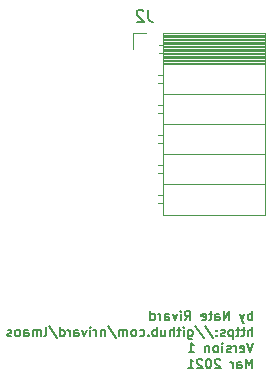
<source format=gbr>
%TF.GenerationSoftware,KiCad,Pcbnew,(5.1.12-1-10_14)*%
%TF.CreationDate,2022-01-05T16:58:03+01:00*%
%TF.ProjectId,kids serial,6b696473-2073-4657-9269-616c2e6b6963,rev?*%
%TF.SameCoordinates,Original*%
%TF.FileFunction,Legend,Bot*%
%TF.FilePolarity,Positive*%
%FSLAX46Y46*%
G04 Gerber Fmt 4.6, Leading zero omitted, Abs format (unit mm)*
G04 Created by KiCad (PCBNEW (5.1.12-1-10_14)) date 2022-01-05 16:58:03*
%MOMM*%
%LPD*%
G01*
G04 APERTURE LIST*
%ADD10C,0.150000*%
%ADD11C,0.120000*%
G04 APERTURE END LIST*
D10*
X175226023Y-112509904D02*
X175226023Y-111709904D01*
X175226023Y-112014666D02*
X175149833Y-111976571D01*
X174997452Y-111976571D01*
X174921261Y-112014666D01*
X174883166Y-112052761D01*
X174845071Y-112128952D01*
X174845071Y-112357523D01*
X174883166Y-112433714D01*
X174921261Y-112471809D01*
X174997452Y-112509904D01*
X175149833Y-112509904D01*
X175226023Y-112471809D01*
X174578404Y-111976571D02*
X174387928Y-112509904D01*
X174197452Y-111976571D02*
X174387928Y-112509904D01*
X174464119Y-112700380D01*
X174502214Y-112738476D01*
X174578404Y-112776571D01*
X173283166Y-112509904D02*
X173283166Y-111709904D01*
X172826023Y-112509904D01*
X172826023Y-111709904D01*
X172102214Y-112509904D02*
X172102214Y-112090857D01*
X172140309Y-112014666D01*
X172216500Y-111976571D01*
X172368880Y-111976571D01*
X172445071Y-112014666D01*
X172102214Y-112471809D02*
X172178404Y-112509904D01*
X172368880Y-112509904D01*
X172445071Y-112471809D01*
X172483166Y-112395619D01*
X172483166Y-112319428D01*
X172445071Y-112243238D01*
X172368880Y-112205142D01*
X172178404Y-112205142D01*
X172102214Y-112167047D01*
X171835547Y-111976571D02*
X171530785Y-111976571D01*
X171721261Y-111709904D02*
X171721261Y-112395619D01*
X171683166Y-112471809D01*
X171606976Y-112509904D01*
X171530785Y-112509904D01*
X170959357Y-112471809D02*
X171035547Y-112509904D01*
X171187928Y-112509904D01*
X171264119Y-112471809D01*
X171302214Y-112395619D01*
X171302214Y-112090857D01*
X171264119Y-112014666D01*
X171187928Y-111976571D01*
X171035547Y-111976571D01*
X170959357Y-112014666D01*
X170921261Y-112090857D01*
X170921261Y-112167047D01*
X171302214Y-112243238D01*
X169511738Y-112509904D02*
X169778404Y-112128952D01*
X169968880Y-112509904D02*
X169968880Y-111709904D01*
X169664119Y-111709904D01*
X169587928Y-111748000D01*
X169549833Y-111786095D01*
X169511738Y-111862285D01*
X169511738Y-111976571D01*
X169549833Y-112052761D01*
X169587928Y-112090857D01*
X169664119Y-112128952D01*
X169968880Y-112128952D01*
X169168880Y-112509904D02*
X169168880Y-111976571D01*
X169168880Y-111709904D02*
X169206976Y-111748000D01*
X169168880Y-111786095D01*
X169130785Y-111748000D01*
X169168880Y-111709904D01*
X169168880Y-111786095D01*
X168864119Y-111976571D02*
X168673642Y-112509904D01*
X168483166Y-111976571D01*
X167835547Y-112509904D02*
X167835547Y-112090857D01*
X167873642Y-112014666D01*
X167949833Y-111976571D01*
X168102214Y-111976571D01*
X168178404Y-112014666D01*
X167835547Y-112471809D02*
X167911738Y-112509904D01*
X168102214Y-112509904D01*
X168178404Y-112471809D01*
X168216500Y-112395619D01*
X168216500Y-112319428D01*
X168178404Y-112243238D01*
X168102214Y-112205142D01*
X167911738Y-112205142D01*
X167835547Y-112167047D01*
X167454595Y-112509904D02*
X167454595Y-111976571D01*
X167454595Y-112128952D02*
X167416500Y-112052761D01*
X167378404Y-112014666D01*
X167302214Y-111976571D01*
X167226023Y-111976571D01*
X166616500Y-112509904D02*
X166616500Y-111709904D01*
X166616500Y-112471809D02*
X166692690Y-112509904D01*
X166845071Y-112509904D01*
X166921261Y-112471809D01*
X166959357Y-112433714D01*
X166997452Y-112357523D01*
X166997452Y-112128952D01*
X166959357Y-112052761D01*
X166921261Y-112014666D01*
X166845071Y-111976571D01*
X166692690Y-111976571D01*
X166616500Y-112014666D01*
X175226023Y-113859904D02*
X175226023Y-113059904D01*
X174883166Y-113859904D02*
X174883166Y-113440857D01*
X174921261Y-113364666D01*
X174997452Y-113326571D01*
X175111738Y-113326571D01*
X175187928Y-113364666D01*
X175226023Y-113402761D01*
X174616500Y-113326571D02*
X174311738Y-113326571D01*
X174502214Y-113059904D02*
X174502214Y-113745619D01*
X174464119Y-113821809D01*
X174387928Y-113859904D01*
X174311738Y-113859904D01*
X174159357Y-113326571D02*
X173854595Y-113326571D01*
X174045071Y-113059904D02*
X174045071Y-113745619D01*
X174006976Y-113821809D01*
X173930785Y-113859904D01*
X173854595Y-113859904D01*
X173587928Y-113326571D02*
X173587928Y-114126571D01*
X173587928Y-113364666D02*
X173511738Y-113326571D01*
X173359357Y-113326571D01*
X173283166Y-113364666D01*
X173245071Y-113402761D01*
X173206976Y-113478952D01*
X173206976Y-113707523D01*
X173245071Y-113783714D01*
X173283166Y-113821809D01*
X173359357Y-113859904D01*
X173511738Y-113859904D01*
X173587928Y-113821809D01*
X172902214Y-113821809D02*
X172826023Y-113859904D01*
X172673642Y-113859904D01*
X172597452Y-113821809D01*
X172559357Y-113745619D01*
X172559357Y-113707523D01*
X172597452Y-113631333D01*
X172673642Y-113593238D01*
X172787928Y-113593238D01*
X172864119Y-113555142D01*
X172902214Y-113478952D01*
X172902214Y-113440857D01*
X172864119Y-113364666D01*
X172787928Y-113326571D01*
X172673642Y-113326571D01*
X172597452Y-113364666D01*
X172216500Y-113783714D02*
X172178404Y-113821809D01*
X172216500Y-113859904D01*
X172254595Y-113821809D01*
X172216500Y-113783714D01*
X172216500Y-113859904D01*
X172216500Y-113364666D02*
X172178404Y-113402761D01*
X172216500Y-113440857D01*
X172254595Y-113402761D01*
X172216500Y-113364666D01*
X172216500Y-113440857D01*
X171264119Y-113021809D02*
X171949833Y-114050380D01*
X170426023Y-113021809D02*
X171111738Y-114050380D01*
X169816499Y-113326571D02*
X169816499Y-113974190D01*
X169854595Y-114050380D01*
X169892690Y-114088476D01*
X169968880Y-114126571D01*
X170083166Y-114126571D01*
X170159357Y-114088476D01*
X169816499Y-113821809D02*
X169892690Y-113859904D01*
X170045071Y-113859904D01*
X170121261Y-113821809D01*
X170159357Y-113783714D01*
X170197452Y-113707523D01*
X170197452Y-113478952D01*
X170159357Y-113402761D01*
X170121261Y-113364666D01*
X170045071Y-113326571D01*
X169892690Y-113326571D01*
X169816499Y-113364666D01*
X169435547Y-113859904D02*
X169435547Y-113326571D01*
X169435547Y-113059904D02*
X169473642Y-113098000D01*
X169435547Y-113136095D01*
X169397452Y-113098000D01*
X169435547Y-113059904D01*
X169435547Y-113136095D01*
X169168880Y-113326571D02*
X168864119Y-113326571D01*
X169054595Y-113059904D02*
X169054595Y-113745619D01*
X169016499Y-113821809D01*
X168940309Y-113859904D01*
X168864119Y-113859904D01*
X168597452Y-113859904D02*
X168597452Y-113059904D01*
X168254595Y-113859904D02*
X168254595Y-113440857D01*
X168292690Y-113364666D01*
X168368880Y-113326571D01*
X168483166Y-113326571D01*
X168559357Y-113364666D01*
X168597452Y-113402761D01*
X167530785Y-113326571D02*
X167530785Y-113859904D01*
X167873642Y-113326571D02*
X167873642Y-113745619D01*
X167835547Y-113821809D01*
X167759357Y-113859904D01*
X167645071Y-113859904D01*
X167568880Y-113821809D01*
X167530785Y-113783714D01*
X167149833Y-113859904D02*
X167149833Y-113059904D01*
X167149833Y-113364666D02*
X167073642Y-113326571D01*
X166921261Y-113326571D01*
X166845071Y-113364666D01*
X166806976Y-113402761D01*
X166768880Y-113478952D01*
X166768880Y-113707523D01*
X166806976Y-113783714D01*
X166845071Y-113821809D01*
X166921261Y-113859904D01*
X167073642Y-113859904D01*
X167149833Y-113821809D01*
X166426023Y-113783714D02*
X166387928Y-113821809D01*
X166426023Y-113859904D01*
X166464119Y-113821809D01*
X166426023Y-113783714D01*
X166426023Y-113859904D01*
X165702214Y-113821809D02*
X165778404Y-113859904D01*
X165930785Y-113859904D01*
X166006976Y-113821809D01*
X166045071Y-113783714D01*
X166083166Y-113707523D01*
X166083166Y-113478952D01*
X166045071Y-113402761D01*
X166006976Y-113364666D01*
X165930785Y-113326571D01*
X165778404Y-113326571D01*
X165702214Y-113364666D01*
X165245071Y-113859904D02*
X165321261Y-113821809D01*
X165359357Y-113783714D01*
X165397452Y-113707523D01*
X165397452Y-113478952D01*
X165359357Y-113402761D01*
X165321261Y-113364666D01*
X165245071Y-113326571D01*
X165130785Y-113326571D01*
X165054595Y-113364666D01*
X165016499Y-113402761D01*
X164978404Y-113478952D01*
X164978404Y-113707523D01*
X165016499Y-113783714D01*
X165054595Y-113821809D01*
X165130785Y-113859904D01*
X165245071Y-113859904D01*
X164635547Y-113859904D02*
X164635547Y-113326571D01*
X164635547Y-113402761D02*
X164597452Y-113364666D01*
X164521261Y-113326571D01*
X164406976Y-113326571D01*
X164330785Y-113364666D01*
X164292690Y-113440857D01*
X164292690Y-113859904D01*
X164292690Y-113440857D02*
X164254595Y-113364666D01*
X164178404Y-113326571D01*
X164064119Y-113326571D01*
X163987928Y-113364666D01*
X163949833Y-113440857D01*
X163949833Y-113859904D01*
X162997452Y-113021809D02*
X163683166Y-114050380D01*
X162730785Y-113326571D02*
X162730785Y-113859904D01*
X162730785Y-113402761D02*
X162692690Y-113364666D01*
X162616499Y-113326571D01*
X162502214Y-113326571D01*
X162426023Y-113364666D01*
X162387928Y-113440857D01*
X162387928Y-113859904D01*
X162006976Y-113859904D02*
X162006976Y-113326571D01*
X162006976Y-113478952D02*
X161968880Y-113402761D01*
X161930785Y-113364666D01*
X161854595Y-113326571D01*
X161778404Y-113326571D01*
X161511738Y-113859904D02*
X161511738Y-113326571D01*
X161511738Y-113059904D02*
X161549833Y-113098000D01*
X161511738Y-113136095D01*
X161473642Y-113098000D01*
X161511738Y-113059904D01*
X161511738Y-113136095D01*
X161206976Y-113326571D02*
X161016499Y-113859904D01*
X160826023Y-113326571D01*
X160178404Y-113859904D02*
X160178404Y-113440857D01*
X160216499Y-113364666D01*
X160292690Y-113326571D01*
X160445071Y-113326571D01*
X160521261Y-113364666D01*
X160178404Y-113821809D02*
X160254595Y-113859904D01*
X160445071Y-113859904D01*
X160521261Y-113821809D01*
X160559357Y-113745619D01*
X160559357Y-113669428D01*
X160521261Y-113593238D01*
X160445071Y-113555142D01*
X160254595Y-113555142D01*
X160178404Y-113517047D01*
X159797452Y-113859904D02*
X159797452Y-113326571D01*
X159797452Y-113478952D02*
X159759357Y-113402761D01*
X159721261Y-113364666D01*
X159645071Y-113326571D01*
X159568880Y-113326571D01*
X158959357Y-113859904D02*
X158959357Y-113059904D01*
X158959357Y-113821809D02*
X159035547Y-113859904D01*
X159187928Y-113859904D01*
X159264119Y-113821809D01*
X159302214Y-113783714D01*
X159340309Y-113707523D01*
X159340309Y-113478952D01*
X159302214Y-113402761D01*
X159264119Y-113364666D01*
X159187928Y-113326571D01*
X159035547Y-113326571D01*
X158959357Y-113364666D01*
X158006976Y-113021809D02*
X158692690Y-114050380D01*
X157626023Y-113859904D02*
X157702214Y-113821809D01*
X157740309Y-113745619D01*
X157740309Y-113059904D01*
X157321261Y-113859904D02*
X157321261Y-113326571D01*
X157321261Y-113402761D02*
X157283166Y-113364666D01*
X157206976Y-113326571D01*
X157092690Y-113326571D01*
X157016500Y-113364666D01*
X156978404Y-113440857D01*
X156978404Y-113859904D01*
X156978404Y-113440857D02*
X156940309Y-113364666D01*
X156864119Y-113326571D01*
X156749833Y-113326571D01*
X156673642Y-113364666D01*
X156635547Y-113440857D01*
X156635547Y-113859904D01*
X155911738Y-113859904D02*
X155911738Y-113440857D01*
X155949833Y-113364666D01*
X156026023Y-113326571D01*
X156178404Y-113326571D01*
X156254595Y-113364666D01*
X155911738Y-113821809D02*
X155987928Y-113859904D01*
X156178404Y-113859904D01*
X156254595Y-113821809D01*
X156292690Y-113745619D01*
X156292690Y-113669428D01*
X156254595Y-113593238D01*
X156178404Y-113555142D01*
X155987928Y-113555142D01*
X155911738Y-113517047D01*
X155416500Y-113859904D02*
X155492690Y-113821809D01*
X155530785Y-113783714D01*
X155568880Y-113707523D01*
X155568880Y-113478952D01*
X155530785Y-113402761D01*
X155492690Y-113364666D01*
X155416500Y-113326571D01*
X155302214Y-113326571D01*
X155226023Y-113364666D01*
X155187928Y-113402761D01*
X155149833Y-113478952D01*
X155149833Y-113707523D01*
X155187928Y-113783714D01*
X155226023Y-113821809D01*
X155302214Y-113859904D01*
X155416500Y-113859904D01*
X154845071Y-113821809D02*
X154768880Y-113859904D01*
X154616500Y-113859904D01*
X154540309Y-113821809D01*
X154502214Y-113745619D01*
X154502214Y-113707523D01*
X154540309Y-113631333D01*
X154616500Y-113593238D01*
X154730785Y-113593238D01*
X154806976Y-113555142D01*
X154845071Y-113478952D01*
X154845071Y-113440857D01*
X154806976Y-113364666D01*
X154730785Y-113326571D01*
X154616500Y-113326571D01*
X154540309Y-113364666D01*
X175340309Y-114409904D02*
X175073642Y-115209904D01*
X174806976Y-114409904D01*
X174235547Y-115171809D02*
X174311738Y-115209904D01*
X174464119Y-115209904D01*
X174540309Y-115171809D01*
X174578404Y-115095619D01*
X174578404Y-114790857D01*
X174540309Y-114714666D01*
X174464119Y-114676571D01*
X174311738Y-114676571D01*
X174235547Y-114714666D01*
X174197452Y-114790857D01*
X174197452Y-114867047D01*
X174578404Y-114943238D01*
X173854595Y-115209904D02*
X173854595Y-114676571D01*
X173854595Y-114828952D02*
X173816500Y-114752761D01*
X173778404Y-114714666D01*
X173702214Y-114676571D01*
X173626023Y-114676571D01*
X173397452Y-115171809D02*
X173321261Y-115209904D01*
X173168880Y-115209904D01*
X173092690Y-115171809D01*
X173054595Y-115095619D01*
X173054595Y-115057523D01*
X173092690Y-114981333D01*
X173168880Y-114943238D01*
X173283166Y-114943238D01*
X173359357Y-114905142D01*
X173397452Y-114828952D01*
X173397452Y-114790857D01*
X173359357Y-114714666D01*
X173283166Y-114676571D01*
X173168880Y-114676571D01*
X173092690Y-114714666D01*
X172711738Y-115209904D02*
X172711738Y-114676571D01*
X172711738Y-114409904D02*
X172749833Y-114448000D01*
X172711738Y-114486095D01*
X172673642Y-114448000D01*
X172711738Y-114409904D01*
X172711738Y-114486095D01*
X172216500Y-115209904D02*
X172292690Y-115171809D01*
X172330785Y-115133714D01*
X172368880Y-115057523D01*
X172368880Y-114828952D01*
X172330785Y-114752761D01*
X172292690Y-114714666D01*
X172216500Y-114676571D01*
X172102214Y-114676571D01*
X172026023Y-114714666D01*
X171987928Y-114752761D01*
X171949833Y-114828952D01*
X171949833Y-115057523D01*
X171987928Y-115133714D01*
X172026023Y-115171809D01*
X172102214Y-115209904D01*
X172216500Y-115209904D01*
X171606976Y-114676571D02*
X171606976Y-115209904D01*
X171606976Y-114752761D02*
X171568880Y-114714666D01*
X171492690Y-114676571D01*
X171378404Y-114676571D01*
X171302214Y-114714666D01*
X171264119Y-114790857D01*
X171264119Y-115209904D01*
X169854595Y-115209904D02*
X170311738Y-115209904D01*
X170083166Y-115209904D02*
X170083166Y-114409904D01*
X170159357Y-114524190D01*
X170235547Y-114600380D01*
X170311738Y-114638476D01*
X175226023Y-116559904D02*
X175226023Y-115759904D01*
X174959357Y-116331333D01*
X174692690Y-115759904D01*
X174692690Y-116559904D01*
X173968880Y-116559904D02*
X173968880Y-116140857D01*
X174006976Y-116064666D01*
X174083166Y-116026571D01*
X174235547Y-116026571D01*
X174311738Y-116064666D01*
X173968880Y-116521809D02*
X174045071Y-116559904D01*
X174235547Y-116559904D01*
X174311738Y-116521809D01*
X174349833Y-116445619D01*
X174349833Y-116369428D01*
X174311738Y-116293238D01*
X174235547Y-116255142D01*
X174045071Y-116255142D01*
X173968880Y-116217047D01*
X173587928Y-116559904D02*
X173587928Y-116026571D01*
X173587928Y-116178952D02*
X173549833Y-116102761D01*
X173511738Y-116064666D01*
X173435547Y-116026571D01*
X173359357Y-116026571D01*
X172521261Y-115836095D02*
X172483166Y-115798000D01*
X172406976Y-115759904D01*
X172216500Y-115759904D01*
X172140309Y-115798000D01*
X172102214Y-115836095D01*
X172064119Y-115912285D01*
X172064119Y-115988476D01*
X172102214Y-116102761D01*
X172559357Y-116559904D01*
X172064119Y-116559904D01*
X171568880Y-115759904D02*
X171492690Y-115759904D01*
X171416500Y-115798000D01*
X171378404Y-115836095D01*
X171340309Y-115912285D01*
X171302214Y-116064666D01*
X171302214Y-116255142D01*
X171340309Y-116407523D01*
X171378404Y-116483714D01*
X171416500Y-116521809D01*
X171492690Y-116559904D01*
X171568880Y-116559904D01*
X171645071Y-116521809D01*
X171683166Y-116483714D01*
X171721261Y-116407523D01*
X171759357Y-116255142D01*
X171759357Y-116064666D01*
X171721261Y-115912285D01*
X171683166Y-115836095D01*
X171645071Y-115798000D01*
X171568880Y-115759904D01*
X170997452Y-115836095D02*
X170959357Y-115798000D01*
X170883166Y-115759904D01*
X170692690Y-115759904D01*
X170616500Y-115798000D01*
X170578404Y-115836095D01*
X170540309Y-115912285D01*
X170540309Y-115988476D01*
X170578404Y-116102761D01*
X171035547Y-116559904D01*
X170540309Y-116559904D01*
X169778404Y-116559904D02*
X170235547Y-116559904D01*
X170006976Y-116559904D02*
X170006976Y-115759904D01*
X170083166Y-115874190D01*
X170159357Y-115950380D01*
X170235547Y-115988476D01*
D11*
%TO.C,J2*%
X166243000Y-88205000D02*
X165133000Y-88205000D01*
X165133000Y-88205000D02*
X165133000Y-89535000D01*
X176333000Y-88205000D02*
X176333000Y-103565000D01*
X176333000Y-103565000D02*
X167703000Y-103565000D01*
X167703000Y-88205000D02*
X167703000Y-103565000D01*
X176333000Y-88205000D02*
X167703000Y-88205000D01*
X176333000Y-100965000D02*
X167703000Y-100965000D01*
X176333000Y-98425000D02*
X167703000Y-98425000D01*
X176333000Y-95885000D02*
X167703000Y-95885000D01*
X176333000Y-93345000D02*
X167703000Y-93345000D01*
X176333000Y-90805000D02*
X167703000Y-90805000D01*
X167703000Y-102595000D02*
X167293000Y-102595000D01*
X167703000Y-101875000D02*
X167293000Y-101875000D01*
X167703000Y-100055000D02*
X167293000Y-100055000D01*
X167703000Y-99335000D02*
X167293000Y-99335000D01*
X167703000Y-97515000D02*
X167293000Y-97515000D01*
X167703000Y-96795000D02*
X167293000Y-96795000D01*
X167703000Y-94975000D02*
X167293000Y-94975000D01*
X167703000Y-94255000D02*
X167293000Y-94255000D01*
X167703000Y-92435000D02*
X167293000Y-92435000D01*
X167703000Y-91715000D02*
X167293000Y-91715000D01*
X167703000Y-89895000D02*
X167353000Y-89895000D01*
X167703000Y-89175000D02*
X167353000Y-89175000D01*
X176333000Y-90686900D02*
X167703000Y-90686900D01*
X176333000Y-90568805D02*
X167703000Y-90568805D01*
X176333000Y-90450710D02*
X167703000Y-90450710D01*
X176333000Y-90332615D02*
X167703000Y-90332615D01*
X176333000Y-90214520D02*
X167703000Y-90214520D01*
X176333000Y-90096425D02*
X167703000Y-90096425D01*
X176333000Y-89978330D02*
X167703000Y-89978330D01*
X176333000Y-89860235D02*
X167703000Y-89860235D01*
X176333000Y-89742140D02*
X167703000Y-89742140D01*
X176333000Y-89624045D02*
X167703000Y-89624045D01*
X176333000Y-89505950D02*
X167703000Y-89505950D01*
X176333000Y-89387855D02*
X167703000Y-89387855D01*
X176333000Y-89269760D02*
X167703000Y-89269760D01*
X176333000Y-89151665D02*
X167703000Y-89151665D01*
X176333000Y-89033570D02*
X167703000Y-89033570D01*
X176333000Y-88915475D02*
X167703000Y-88915475D01*
X176333000Y-88797380D02*
X167703000Y-88797380D01*
X176333000Y-88679285D02*
X167703000Y-88679285D01*
X176333000Y-88561190D02*
X167703000Y-88561190D01*
X176333000Y-88443095D02*
X167703000Y-88443095D01*
X176333000Y-88325000D02*
X167703000Y-88325000D01*
D10*
X166449333Y-86217380D02*
X166449333Y-86931666D01*
X166496952Y-87074523D01*
X166592190Y-87169761D01*
X166735047Y-87217380D01*
X166830285Y-87217380D01*
X166020761Y-86312619D02*
X165973142Y-86265000D01*
X165877904Y-86217380D01*
X165639809Y-86217380D01*
X165544571Y-86265000D01*
X165496952Y-86312619D01*
X165449333Y-86407857D01*
X165449333Y-86503095D01*
X165496952Y-86645952D01*
X166068380Y-87217380D01*
X165449333Y-87217380D01*
%TD*%
M02*

</source>
